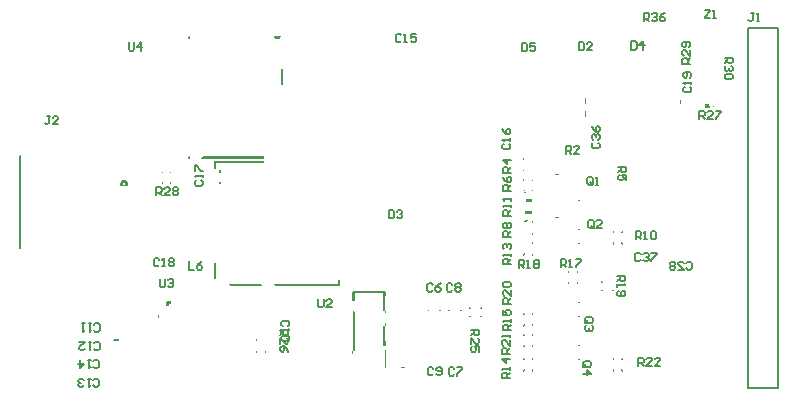
<source format=gto>
G04*
G04 #@! TF.GenerationSoftware,Altium Limited,Altium Designer,24.0.1 (36)*
G04*
G04 Layer_Color=65535*
%FSLAX44Y44*%
%MOMM*%
G71*
G04*
G04 #@! TF.SameCoordinates,E4E742BE-E936-4CAC-BADB-82586D2B27CE*
G04*
G04*
G04 #@! TF.FilePolarity,Positive*
G04*
G01*
G75*
%ADD10C,0.2000*%
%ADD11C,0.1524*%
G36*
X-72260Y362441D02*
Y362441D01*
X-72380Y362561D01*
X-72380Y362561D01*
X-72260Y362441D01*
D02*
G37*
G36*
X-427896Y350327D02*
X-428198Y349598D01*
X-428679Y348971D01*
X-429240Y348540D01*
X-432397D01*
X-432958Y348971D01*
X-433439Y349598D01*
X-433741Y350327D01*
X-433774Y350580D01*
X-427863D01*
X-427896Y350327D01*
D02*
G37*
G36*
X-504944Y348540D02*
X-505360D01*
X-505750Y348618D01*
X-506081Y348839D01*
X-506302Y349170D01*
X-506380Y349560D01*
X-506302Y349950D01*
X-506081Y350281D01*
X-505750Y350502D01*
X-505360Y350580D01*
X-504944D01*
Y348540D01*
D02*
G37*
G36*
X-69430Y333373D02*
X-69574Y333588D01*
X-69673Y334084D01*
X-69574Y334580D01*
X-69430Y334795D01*
Y333373D01*
D02*
G37*
G36*
Y329208D02*
X-69574Y329423D01*
X-69673Y329919D01*
X-69574Y330414D01*
X-69430Y330630D01*
Y329208D01*
D02*
G37*
G36*
Y319208D02*
X-69574Y319423D01*
X-69673Y319919D01*
X-69574Y320414D01*
X-69430Y320630D01*
Y319208D01*
D02*
G37*
G36*
X-425500Y309626D02*
X-427540D01*
Y322580D01*
X-425500D01*
Y309626D01*
D02*
G37*
G36*
X-69430Y300877D02*
X-69574Y301093D01*
X-69673Y301588D01*
X-69574Y302084D01*
X-69430Y302299D01*
Y300877D01*
D02*
G37*
G36*
X-169070Y293451D02*
X-169278Y293538D01*
X-169905Y294018D01*
X-170365Y294618D01*
Y297698D01*
X-169905Y298298D01*
X-169278Y298778D01*
X-169070Y298865D01*
Y293451D01*
D02*
G37*
G36*
X-88623Y296198D02*
Y292768D01*
X-89918Y294063D01*
Y297493D01*
X-88623Y296198D01*
D02*
G37*
G36*
X-69430Y291581D02*
X-69667Y291618D01*
X-69574Y292084D01*
X-69430Y292299D01*
Y291581D01*
D02*
G37*
G36*
X-61152Y291242D02*
X-61174Y291134D01*
X-61685D01*
X-61937Y291386D01*
X-62116Y291819D01*
Y292206D01*
X-61152Y291242D01*
D02*
G37*
G36*
X-64843Y292457D02*
X-64541Y291728D01*
X-64437Y290944D01*
X-64523Y290293D01*
X-68378D01*
X-68874Y290392D01*
X-69294Y290672D01*
X-69295Y290674D01*
X-68902Y291187D01*
X-68472Y292225D01*
X-68385Y292882D01*
X-68378Y292883D01*
X-65169D01*
X-64843Y292457D01*
D02*
G37*
G36*
X-169070Y282275D02*
X-169278Y282362D01*
X-169905Y282842D01*
X-170365Y283442D01*
Y286522D01*
X-169905Y287122D01*
X-169278Y287603D01*
X-169070Y287689D01*
Y282275D01*
D02*
G37*
G36*
X-108860Y271479D02*
X-108507Y271018D01*
X-110719D01*
X-109946Y271535D01*
X-109142Y271695D01*
X-108860Y271479D01*
D02*
G37*
G36*
X-442295Y246940D02*
X-495770D01*
X-493730Y248980D01*
X-442295D01*
Y246940D01*
D02*
G37*
G36*
X-504944D02*
X-505360D01*
X-505750Y247018D01*
X-506081Y247239D01*
X-506302Y247570D01*
X-506380Y247960D01*
X-506302Y248350D01*
X-506081Y248681D01*
X-505750Y248902D01*
X-505360Y248980D01*
X-504944D01*
Y246940D01*
D02*
G37*
G36*
X-221648Y246842D02*
X-221435Y245769D01*
X-221695Y245821D01*
X-222116Y246102D01*
X-222396Y246522D01*
X-222495Y247018D01*
X-222396Y247513D01*
X-222246Y247738D01*
X-221648Y246842D01*
D02*
G37*
G36*
X-442295Y243060D02*
X-457324D01*
X-457714Y243138D01*
X-458045Y243359D01*
X-458266Y243690D01*
X-458344Y244080D01*
X-458266Y244470D01*
X-458045Y244801D01*
X-457714Y245022D01*
X-457324Y245100D01*
X-442295D01*
Y243060D01*
D02*
G37*
G36*
X-647344Y248858D02*
Y241842D01*
X-647410D01*
Y249189D01*
X-647344Y248858D01*
D02*
G37*
G36*
X-483184Y245022D02*
X-482853Y244801D01*
X-482632Y244470D01*
X-482554Y244080D01*
Y238198D01*
X-483434Y238562D01*
X-484548Y238709D01*
X-484594D01*
Y244080D01*
X-484516Y244470D01*
X-484295Y244801D01*
X-483964Y245022D01*
X-483574Y245100D01*
X-483184Y245022D01*
D02*
G37*
G36*
X-221648Y237193D02*
X-222246Y236298D01*
X-222371Y236484D01*
X-222396Y236522D01*
X-222495Y237018D01*
X-222396Y237513D01*
X-222371Y237551D01*
X-222116Y237933D01*
X-221695Y238214D01*
X-221435Y238266D01*
X-221648Y237193D01*
D02*
G37*
G36*
X-478550Y235136D02*
X-479298D01*
X-479688Y235214D01*
X-480019Y235435D01*
X-480240Y235766D01*
X-480318Y236156D01*
X-480240Y236546D01*
X-480019Y236877D01*
X-479688Y237098D01*
X-479298Y237176D01*
X-478550D01*
X-478550Y235136D01*
D02*
G37*
G36*
X-520608Y236802D02*
X-520607Y236800D01*
X-520714Y236660D01*
Y234900D01*
X-521029Y234690D01*
X-521517Y234592D01*
X-521430Y235250D01*
X-521000Y236287D01*
X-520714Y236660D01*
Y236872D01*
X-520608Y236802D01*
D02*
G37*
G36*
X-528048Y236287D02*
X-527618Y235250D01*
X-527531Y234592D01*
X-528019Y234690D01*
X-528440Y234970D01*
X-528720Y235390D01*
X-528819Y235886D01*
X-528720Y236381D01*
X-528441Y236800D01*
X-528048Y236287D01*
D02*
G37*
G36*
X-193157Y233307D02*
X-194132Y233113D01*
X-195107Y233307D01*
X-195716Y233713D01*
X-192548D01*
X-193157Y233307D01*
D02*
G37*
G36*
X-214004Y229689D02*
X-213905Y229193D01*
X-213992Y228755D01*
X-214004Y228698D01*
X-214029Y228660D01*
X-214284Y228278D01*
X-214704Y227997D01*
X-214965Y227945D01*
X-214752Y229018D01*
X-214154Y229913D01*
X-214004Y229689D01*
D02*
G37*
G36*
X-221648Y229018D02*
X-221435Y227945D01*
X-221695Y227997D01*
X-222116Y228278D01*
X-222371Y228660D01*
X-222396Y228698D01*
X-222495Y229193D01*
X-222396Y229689D01*
X-222371Y229727D01*
X-222246Y229913D01*
X-221648Y229018D01*
D02*
G37*
G36*
X-478550Y225136D02*
X-479298D01*
X-479688Y225214D01*
X-480019Y225435D01*
X-480240Y225766D01*
X-480318Y226156D01*
X-480240Y226546D01*
X-480019Y226877D01*
X-479688Y227098D01*
X-479298Y227176D01*
X-478550D01*
X-478550Y225136D01*
D02*
G37*
G36*
X-527618Y226522D02*
X-528048Y225485D01*
X-528441Y224972D01*
X-528720Y225390D01*
X-528819Y225886D01*
X-528720Y226381D01*
X-528440Y226802D01*
X-528019Y227082D01*
X-527531Y227180D01*
X-527618Y226522D01*
D02*
G37*
G36*
X-521029Y227082D02*
X-520714Y226872D01*
Y225112D01*
X-520607Y224972D01*
X-520608Y224970D01*
X-520714Y224900D01*
Y225112D01*
X-521000Y225485D01*
X-521430Y226522D01*
X-521517Y227180D01*
X-521029Y227082D01*
D02*
G37*
G36*
X-559449Y229274D02*
X-558596Y228920D01*
X-557863Y228358D01*
X-557301Y227626D01*
X-556948Y226773D01*
X-556828Y225858D01*
X-556948Y224943D01*
X-557301Y224090D01*
X-557741Y223517D01*
X-558082Y223858D01*
X-563249D01*
X-563427Y224090D01*
X-563780Y224943D01*
X-563848Y225461D01*
Y226255D01*
X-563780Y226773D01*
X-563427Y227626D01*
X-562864Y228358D01*
X-562132Y228920D01*
X-561279Y229274D01*
X-560364Y229394D01*
X-559449Y229274D01*
D02*
G37*
G36*
X-221216Y220424D02*
X-221277Y219956D01*
X-221705Y220383D01*
X-221695Y220389D01*
X-221525Y220424D01*
X-221207Y220487D01*
X-221216Y220424D01*
D02*
G37*
G36*
X-214875D02*
X-214704Y220389D01*
X-214284Y220109D01*
X-214198Y219980D01*
X-214434Y219743D01*
X-215070D01*
X-215106Y219830D01*
X-215184Y220424D01*
X-215193Y220487D01*
X-214875Y220424D01*
D02*
G37*
G36*
X-219618Y217898D02*
X-221200D01*
X-221695Y217997D01*
X-222116Y218278D01*
X-222117Y218279D01*
X-221816Y218671D01*
X-220557Y218838D01*
X-219618Y217898D01*
D02*
G37*
G36*
X-174742Y212104D02*
X-174411Y211883D01*
X-174190Y211552D01*
X-174112Y211162D01*
Y211110D01*
X-174532D01*
X-175606Y211252D01*
X-176094Y211454D01*
X-176074Y211552D01*
X-175853Y211883D01*
X-175522Y212104D01*
X-175132Y212182D01*
X-174742Y212104D01*
D02*
G37*
G36*
X-214704Y212565D02*
X-214412Y212370D01*
X-214349Y212197D01*
X-214415Y212111D01*
X-214676Y211770D01*
X-215106Y210732D01*
X-215129Y210560D01*
X-215193Y210075D01*
X-215200Y210074D01*
X-220031D01*
Y212664D01*
X-215200D01*
X-214704Y212565D01*
D02*
G37*
G36*
X-193335Y201611D02*
X-194928D01*
X-194132Y201769D01*
X-193335Y201611D01*
D02*
G37*
G36*
X-214004Y200873D02*
X-214154Y200649D01*
X-214349Y200942D01*
X-213990D01*
X-214004Y200873D01*
D02*
G37*
G36*
X-215193Y202662D02*
X-215106Y202005D01*
X-214676Y200967D01*
X-214656Y200942D01*
X-214985D01*
X-215636Y200291D01*
X-215639Y200074D01*
X-220790D01*
Y202664D01*
X-215200D01*
X-215193Y202662D01*
D02*
G37*
G36*
X-193157Y196865D02*
X-194132Y196671D01*
X-195107Y196865D01*
X-195716Y197271D01*
X-192548D01*
X-193157Y196865D01*
D02*
G37*
G36*
X-222141Y194107D02*
X-222352D01*
X-222246Y194264D01*
X-222141Y194107D01*
D02*
G37*
G36*
X-220333Y192980D02*
X-221429Y193235D01*
X-221724Y193946D01*
X-221847Y194107D01*
X-221536D01*
X-220804Y194839D01*
X-218474D01*
X-220333Y192980D01*
D02*
G37*
G36*
X-214004Y194040D02*
X-213905Y193544D01*
X-214004Y193049D01*
X-214284Y192629D01*
X-214704Y192348D01*
X-215193Y192251D01*
X-215106Y192908D01*
X-214676Y193946D01*
X-214283Y194458D01*
X-214004Y194040D01*
D02*
G37*
G36*
X-174112Y187720D02*
X-174190Y187330D01*
X-174411Y186999D01*
X-174742Y186778D01*
X-175132Y186700D01*
X-175522Y186778D01*
X-175853Y186999D01*
X-176074Y187330D01*
X-176094Y187428D01*
X-175606Y187630D01*
X-174532Y187771D01*
X-174112D01*
Y187720D01*
D02*
G37*
G36*
X-138312Y185716D02*
X-138213Y185220D01*
X-138312Y184724D01*
X-138592Y184304D01*
X-139012Y184024D01*
X-139501Y183927D01*
X-139414Y184584D01*
X-138984Y185621D01*
X-138591Y186134D01*
X-138312Y185716D01*
D02*
G37*
G36*
X-146032Y185621D02*
X-145602Y184584D01*
X-145515Y183927D01*
X-146004Y184024D01*
X-146424Y184304D01*
X-146704Y184724D01*
X-146803Y185220D01*
X-146704Y185716D01*
X-146425Y186134D01*
X-146032Y185621D01*
D02*
G37*
G36*
X-214704Y184741D02*
X-214284Y184460D01*
X-214004Y184040D01*
X-213905Y183544D01*
X-214004Y183049D01*
X-214283Y182631D01*
X-214676Y183143D01*
X-215106Y184181D01*
X-215193Y184838D01*
X-214704Y184741D01*
D02*
G37*
G36*
X-222069Y176572D02*
X-222072Y176534D01*
X-222137Y176604D01*
X-222117Y176634D01*
X-222069Y176572D01*
D02*
G37*
G36*
X-542043Y176597D02*
X-541766Y176182D01*
X-542066Y176574D01*
X-542458Y176874D01*
X-542043Y176597D01*
D02*
G37*
G36*
X-541380Y175604D02*
X-541377Y175587D01*
Y175442D01*
X-541548Y175855D01*
X-541380Y175604D01*
D02*
G37*
G36*
X-174742Y175662D02*
X-174411Y175441D01*
X-174190Y175110D01*
X-174112Y174720D01*
Y174669D01*
X-174532D01*
X-175606Y174810D01*
X-176094Y175012D01*
X-176074Y175110D01*
X-175853Y175441D01*
X-175522Y175662D01*
X-175132Y175740D01*
X-174742Y175662D01*
D02*
G37*
G36*
X-214004Y176215D02*
X-213905Y175720D01*
X-214004Y175224D01*
X-214284Y174804D01*
X-214704Y174524D01*
X-215193Y174426D01*
X-215106Y175084D01*
X-214676Y176121D01*
X-214283Y176634D01*
X-214004Y176215D01*
D02*
G37*
G36*
X-139012Y176416D02*
X-138592Y176136D01*
X-138312Y175716D01*
X-138213Y175220D01*
X-138312Y174724D01*
X-138591Y174306D01*
X-138984Y174819D01*
X-139414Y175856D01*
X-139501Y176513D01*
X-139012Y176416D01*
D02*
G37*
G36*
X-145602Y175856D02*
X-146032Y174819D01*
X-146425Y174306D01*
X-146704Y174724D01*
X-146803Y175220D01*
X-146704Y175716D01*
X-146424Y176136D01*
X-146004Y176416D01*
X-145515Y176513D01*
X-145602Y175856D01*
D02*
G37*
G36*
X-541377Y173281D02*
X-541380Y173263D01*
X-541548Y173013D01*
X-541377Y173425D01*
Y173281D01*
D02*
G37*
G36*
X-542043Y172271D02*
X-542458Y171994D01*
X-542066Y172294D01*
X-541766Y172686D01*
X-542043Y172271D01*
D02*
G37*
G36*
X-647974Y249800D02*
X-647880Y249737D01*
Y241842D01*
X-647410D01*
Y177874D01*
X-647344D01*
Y171858D01*
X-647410Y171527D01*
Y177874D01*
X-647880D01*
Y170979D01*
X-647974Y170916D01*
X-648364Y170838D01*
X-648754Y170916D01*
X-649085Y171137D01*
X-649306Y171468D01*
X-649384Y171858D01*
Y248858D01*
X-649306Y249248D01*
X-649085Y249579D01*
X-648754Y249800D01*
X-648364Y249878D01*
X-647974Y249800D01*
D02*
G37*
G36*
X-214704Y166916D02*
X-214284Y166636D01*
X-214004Y166215D01*
X-213905Y165720D01*
X-214004Y165224D01*
X-214283Y164806D01*
X-214676Y165319D01*
X-215106Y166356D01*
X-215193Y167013D01*
X-214704Y166916D01*
D02*
G37*
G36*
X-221294Y166356D02*
X-221724Y165319D01*
X-222117Y164806D01*
X-222396Y165224D01*
X-222495Y165720D01*
X-222396Y166215D01*
X-222116Y166636D01*
X-221695Y166916D01*
X-221207Y167013D01*
X-221294Y166356D01*
D02*
G37*
G36*
X-525777Y158726D02*
X-525794Y158728D01*
X-526283Y158664D01*
X-525822Y158755D01*
X-525777Y158726D01*
D02*
G37*
G36*
X-527215Y158361D02*
X-526964Y158528D01*
X-526669Y158587D01*
X-527215Y158361D01*
D02*
G37*
G36*
X-527934Y157842D02*
X-528234Y157450D01*
X-527957Y157865D01*
X-527542Y158142D01*
X-527934Y157842D01*
D02*
G37*
G36*
X-528679Y156577D02*
X-528620Y156873D01*
X-528453Y157123D01*
X-528679Y156577D01*
D02*
G37*
G36*
X-528764Y156125D02*
X-528768Y156130D01*
X-528755Y156191D01*
X-528764Y156125D01*
D02*
G37*
G36*
X-176158Y152053D02*
X-176059Y151558D01*
X-176158Y151062D01*
X-176438Y150642D01*
X-176859Y150362D01*
X-177347Y150265D01*
X-177260Y150922D01*
X-176830Y151959D01*
X-176437Y152472D01*
X-176158Y152053D01*
D02*
G37*
G36*
X-183878Y151959D02*
X-183448Y150922D01*
X-183361Y150265D01*
X-183850Y150362D01*
X-184270Y150642D01*
X-184525Y151024D01*
Y151059D01*
X-184556Y151090D01*
X-184649Y151558D01*
X-184550Y152053D01*
X-184271Y152472D01*
X-183878Y151959D01*
D02*
G37*
G36*
X-482554Y145197D02*
X-484594D01*
Y159004D01*
X-482554D01*
Y145197D01*
D02*
G37*
G36*
X-147381Y142078D02*
X-147475Y142065D01*
X-147458Y142155D01*
X-147381Y142078D01*
D02*
G37*
G36*
X-155687Y143254D02*
X-155266Y142974D01*
X-154986Y142554D01*
X-154888Y142065D01*
X-155546Y142152D01*
X-156583Y142582D01*
X-157096Y142975D01*
X-156678Y143254D01*
X-156182Y143353D01*
X-155687Y143254D01*
D02*
G37*
G36*
X-176859Y142754D02*
X-176438Y142474D01*
X-176158Y142053D01*
X-176059Y141558D01*
X-176158Y141062D01*
X-176437Y140644D01*
X-176830Y141157D01*
X-177260Y142194D01*
X-177347Y142851D01*
X-176859Y142754D01*
D02*
G37*
G36*
X-183448Y142194D02*
X-183878Y141157D01*
X-184271Y140644D01*
X-184525Y141024D01*
Y142092D01*
X-184270Y142474D01*
X-183850Y142754D01*
X-183361Y142851D01*
X-183448Y142194D01*
D02*
G37*
G36*
X-377554Y140080D02*
X-377632Y139690D01*
X-377853Y139359D01*
X-378184Y139138D01*
X-378574Y139060D01*
X-431916D01*
X-433955Y141100D01*
X-379594D01*
Y144526D01*
X-377554Y144526D01*
Y140080D01*
D02*
G37*
G36*
X-442858Y139060D02*
X-469782D01*
X-471822Y141100D01*
X-444898D01*
X-442858Y139060D01*
D02*
G37*
G36*
X-146818Y135964D02*
X-145781Y135534D01*
X-145268Y135141D01*
X-145687Y134862D01*
X-146182Y134763D01*
X-146678Y134862D01*
X-147098Y135142D01*
X-147378Y135562D01*
X-147475Y136051D01*
X-146818Y135964D01*
D02*
G37*
G36*
X-154986Y135562D02*
X-155266Y135142D01*
X-155687Y134862D01*
X-156182Y134763D01*
X-156678Y134862D01*
X-157096Y135141D01*
X-156583Y135534D01*
X-155546Y135964D01*
X-154888Y136051D01*
X-154986Y135562D01*
D02*
G37*
G36*
X-365684Y134890D02*
X-365353Y134669D01*
X-365132Y134338D01*
X-365054Y133948D01*
Y126819D01*
X-367094D01*
Y133948D01*
X-367016Y134338D01*
X-366795Y134669D01*
X-366464Y134890D01*
X-366074Y134968D01*
X-365684Y134890D01*
D02*
G37*
G36*
X-174112Y126150D02*
X-174190Y125760D01*
X-174411Y125429D01*
X-174742Y125208D01*
X-175132Y125130D01*
X-175522Y125208D01*
X-175853Y125429D01*
X-176074Y125760D01*
X-176094Y125858D01*
X-175606Y126060D01*
X-174532Y126201D01*
X-174112D01*
Y126150D01*
D02*
G37*
G36*
X-520926Y124124D02*
X-522764D01*
Y122453D01*
X-523425Y122366D01*
X-524208Y122469D01*
X-524804Y122716D01*
Y125144D01*
X-524726Y125534D01*
X-524505Y125865D01*
X-524174Y126086D01*
X-523784Y126164D01*
X-520926D01*
Y124124D01*
D02*
G37*
G36*
X-257409Y121144D02*
X-256990Y120865D01*
X-257503Y120472D01*
X-258540Y120042D01*
X-259197Y119955D01*
X-259100Y120443D01*
X-258820Y120864D01*
X-258400Y121144D01*
X-257904Y121243D01*
X-257409Y121144D01*
D02*
G37*
G36*
X-267409D02*
X-266988Y120864D01*
X-266708Y120443D01*
X-266611Y119955D01*
X-267268Y120042D01*
X-268305Y120472D01*
X-268818Y120865D01*
X-268400Y121144D01*
X-267904Y121243D01*
X-267409Y121144D01*
D02*
G37*
G36*
X-366558Y119380D02*
X-367094D01*
Y119464D01*
X-366558D01*
Y119380D01*
D02*
G37*
G36*
X-275040Y118890D02*
X-274709Y118669D01*
X-274488Y118338D01*
X-274467Y118231D01*
X-274842Y117856D01*
X-276450D01*
Y117948D01*
X-276372Y118338D01*
X-276151Y118669D01*
X-275820Y118890D01*
X-275430Y118968D01*
X-275040Y118890D01*
D02*
G37*
G36*
X-285040D02*
X-284709Y118669D01*
X-284488Y118338D01*
X-284410Y117948D01*
Y117856D01*
X-286450D01*
Y117948D01*
X-286372Y118338D01*
X-286151Y118669D01*
X-285820Y118890D01*
X-285430Y118968D01*
X-285040Y118890D01*
D02*
G37*
G36*
X-292312D02*
X-291981Y118669D01*
X-291760Y118338D01*
X-291682Y117948D01*
Y117856D01*
X-293722D01*
Y117948D01*
X-293644Y118338D01*
X-293423Y118669D01*
X-293092Y118890D01*
X-292702Y118968D01*
X-292312Y118890D01*
D02*
G37*
G36*
X-302312D02*
X-301981Y118669D01*
X-301760Y118338D01*
X-301682Y117948D01*
Y117856D01*
X-303722D01*
Y117948D01*
X-303644Y118338D01*
X-303423Y118669D01*
X-303092Y118890D01*
X-302702Y118968D01*
X-302312Y118890D01*
D02*
G37*
G36*
X-339684Y134890D02*
X-339353Y134669D01*
X-339132Y134338D01*
X-339054Y133948D01*
Y130964D01*
X-339590D01*
Y117856D01*
X-339054D01*
Y115932D01*
X-339590D01*
Y117856D01*
X-340120D01*
X-341094Y118830D01*
Y133948D01*
X-341016Y134338D01*
X-340795Y134669D01*
X-340464Y134890D01*
X-340074Y134968D01*
X-339684Y134890D01*
D02*
G37*
G36*
X-214004Y116290D02*
X-213905Y115795D01*
X-214004Y115299D01*
X-214284Y114879D01*
X-214704Y114599D01*
X-215193Y114501D01*
X-215106Y115158D01*
X-214676Y116196D01*
X-214283Y116709D01*
X-214004Y116290D01*
D02*
G37*
G36*
X-221724Y116196D02*
X-221294Y115158D01*
X-221207Y114501D01*
X-221695Y114599D01*
X-222116Y114879D01*
X-222396Y115299D01*
X-222495Y115795D01*
X-222396Y116290D01*
X-222117Y116709D01*
X-221724Y116196D01*
D02*
G37*
G36*
X-174742Y114092D02*
X-174411Y113871D01*
X-174190Y113540D01*
X-174112Y113150D01*
Y113098D01*
X-174532D01*
X-175606Y113240D01*
X-176094Y113442D01*
X-176074Y113540D01*
X-175853Y113871D01*
X-175522Y114092D01*
X-175132Y114170D01*
X-174742Y114092D01*
D02*
G37*
G36*
X-258540Y113854D02*
X-257503Y113424D01*
X-256990Y113031D01*
X-257409Y112752D01*
X-257904Y112653D01*
X-258400Y112752D01*
X-258820Y113032D01*
X-259100Y113453D01*
X-259197Y113941D01*
X-258540Y113854D01*
D02*
G37*
G36*
X-266708Y113453D02*
X-266988Y113032D01*
X-267409Y112752D01*
X-267904Y112653D01*
X-268400Y112752D01*
X-268818Y113031D01*
X-268305Y113424D01*
X-267268Y113854D01*
X-266611Y113941D01*
X-266708Y113453D01*
D02*
G37*
G36*
X-530929Y114619D02*
X-530735Y113644D01*
X-530929Y112669D01*
X-531422Y111931D01*
X-531697Y112596D01*
X-531835Y113644D01*
X-531697Y114692D01*
X-531422Y115357D01*
X-530929Y114619D01*
D02*
G37*
G36*
X-339054Y105410D02*
X-339590D01*
Y107964D01*
X-339054D01*
Y105410D01*
D02*
G37*
G36*
X-214704Y106991D02*
X-214284Y106710D01*
X-214004Y106290D01*
X-213905Y105795D01*
X-214004Y105299D01*
X-214154Y105075D01*
X-214333Y105343D01*
X-214440Y105382D01*
X-214625Y105326D01*
X-214676Y105393D01*
X-215106Y106431D01*
X-215180Y106991D01*
X-215193Y107088D01*
X-214704Y106991D01*
D02*
G37*
G36*
X-221294Y106431D02*
X-221724Y105393D01*
X-222117Y104881D01*
X-222396Y105299D01*
X-222495Y105795D01*
X-222396Y106290D01*
X-222116Y106710D01*
X-221695Y106991D01*
X-221207Y107088D01*
X-221294Y106431D01*
D02*
G37*
G36*
X-192330Y99374D02*
X-192548Y99228D01*
X-195716D01*
X-195934Y99374D01*
X-196016Y99496D01*
X-192248D01*
X-192330Y99374D01*
D02*
G37*
G36*
X-214004Y98663D02*
X-213905Y98167D01*
X-214004Y97672D01*
X-214284Y97252D01*
X-214704Y96971D01*
X-215193Y96874D01*
X-215132Y97331D01*
X-215106Y97531D01*
X-214676Y98569D01*
X-214625Y98636D01*
X-214373Y98559D01*
X-214154Y98887D01*
X-214004Y98663D01*
D02*
G37*
G36*
X-221724Y98569D02*
X-221294Y97531D01*
X-221207Y96874D01*
X-221695Y96971D01*
X-222116Y97252D01*
X-222396Y97672D01*
X-222495Y98167D01*
X-222396Y98663D01*
X-222275Y98844D01*
X-221935D01*
X-221724Y98569D01*
D02*
G37*
G36*
X-565356Y94543D02*
X-564960Y94240D01*
X-564665Y93855D01*
X-564610Y93578D01*
X-564688Y93188D01*
X-564909Y92857D01*
X-565239Y92636D01*
X-565630Y92559D01*
X-568630D01*
X-569020Y92636D01*
X-569351Y92857D01*
X-569572Y93188D01*
X-569649Y93578D01*
X-569615Y93750D01*
X-569240Y94240D01*
X-568823Y94559D01*
X-568630Y94598D01*
X-565630D01*
X-565356Y94543D01*
D02*
G37*
G36*
X-440598Y94562D02*
X-440597Y94560D01*
X-440831Y94255D01*
Y92575D01*
X-441018Y92450D01*
X-441507Y92353D01*
X-441420Y93010D01*
X-440990Y94047D01*
X-440831Y94255D01*
Y94717D01*
X-440598Y94562D01*
D02*
G37*
G36*
X-448038Y94047D02*
X-447608Y93010D01*
X-447521Y92353D01*
X-448009Y92450D01*
X-448430Y92730D01*
X-448710Y93151D01*
X-448809Y93646D01*
X-448710Y94142D01*
X-448431Y94560D01*
X-448038Y94047D01*
D02*
G37*
G36*
X-174190Y89286D02*
X-174411Y88955D01*
X-174742Y88734D01*
X-175132Y88656D01*
X-175522Y88734D01*
X-175853Y88955D01*
X-176042Y89238D01*
X-174532Y89538D01*
X-174140D01*
X-174190Y89286D01*
D02*
G37*
G36*
X-339590Y92932D02*
X-339054D01*
Y88392D01*
X-341094D01*
Y105410D01*
X-339590D01*
Y92932D01*
D02*
G37*
G36*
X-214704Y89363D02*
X-214284Y89083D01*
X-214029Y88701D01*
Y87634D01*
X-214283Y87253D01*
X-214676Y87766D01*
X-215106Y88804D01*
X-215193Y89461D01*
X-214704Y89363D01*
D02*
G37*
G36*
X-221294Y88804D02*
X-221724Y87766D01*
X-222117Y87253D01*
X-222396Y87672D01*
X-222495Y88167D01*
X-222396Y88663D01*
X-222116Y89083D01*
X-221695Y89363D01*
X-221207Y89461D01*
X-221294Y88804D01*
D02*
G37*
G36*
X-365054Y117106D02*
Y83948D01*
X-366558D01*
Y118610D01*
X-365054Y117106D01*
D02*
G37*
G36*
X-441018Y84842D02*
X-440598Y84562D01*
X-440318Y84142D01*
X-440219Y83646D01*
X-440318Y83151D01*
X-440597Y82732D01*
X-440990Y83245D01*
X-441420Y84282D01*
X-441507Y84939D01*
X-441018Y84842D01*
D02*
G37*
G36*
X-447608Y84282D02*
X-448038Y83245D01*
X-448431Y82732D01*
X-448710Y83151D01*
X-448809Y83646D01*
X-448710Y84142D01*
X-448430Y84562D01*
X-448009Y84842D01*
X-447521Y84939D01*
X-447608Y84282D01*
D02*
G37*
G36*
X-366558Y81432D02*
X-367094D01*
Y83948D01*
X-366558D01*
Y81432D01*
D02*
G37*
G36*
X-174742Y77618D02*
X-174411Y77397D01*
X-174190Y77066D01*
X-174112Y76676D01*
Y76624D01*
X-174532D01*
X-175606Y76766D01*
X-176094Y76968D01*
X-176074Y77066D01*
X-175853Y77397D01*
X-175522Y77618D01*
X-175132Y77696D01*
X-174742Y77618D01*
D02*
G37*
G36*
X-214029Y78210D02*
Y77142D01*
X-214284Y76760D01*
X-214704Y76480D01*
X-215193Y76382D01*
X-215106Y77040D01*
X-214676Y78077D01*
X-214283Y78590D01*
X-214029Y78210D01*
D02*
G37*
G36*
X-221724Y78077D02*
X-221294Y77040D01*
X-221207Y76382D01*
X-221695Y76480D01*
X-222116Y76760D01*
X-222396Y77181D01*
X-222495Y77676D01*
X-222396Y78172D01*
X-222117Y78590D01*
X-221724Y78077D01*
D02*
G37*
G36*
X-138312Y78172D02*
X-138213Y77676D01*
X-138312Y77180D01*
X-138592Y76760D01*
X-139012Y76480D01*
X-139501Y76382D01*
X-139414Y77040D01*
X-138984Y78077D01*
X-138591Y78590D01*
X-138312Y78172D01*
D02*
G37*
G36*
X-146032Y78077D02*
X-145602Y77040D01*
X-145515Y76382D01*
X-146004Y76480D01*
X-146424Y76760D01*
X-146704Y77180D01*
X-146803Y77676D01*
X-146704Y78172D01*
X-146425Y78590D01*
X-146032Y78077D01*
D02*
G37*
G36*
X-323099Y70803D02*
X-322272Y70250D01*
X-322059Y69932D01*
X-326089D01*
X-325876Y70250D01*
X-325049Y70803D01*
X-324074Y70997D01*
X-323099Y70803D01*
D02*
G37*
G36*
X-339054Y69932D02*
X-339590D01*
Y84964D01*
X-339054D01*
Y69932D01*
D02*
G37*
G36*
X-214704Y68872D02*
X-214284Y68592D01*
X-214004Y68172D01*
X-213905Y67676D01*
X-214004Y67181D01*
X-214283Y66762D01*
X-214676Y67275D01*
X-215106Y68312D01*
X-215193Y68969D01*
X-214704Y68872D01*
D02*
G37*
G36*
X-221294Y68312D02*
X-221724Y67275D01*
X-222117Y66762D01*
X-222396Y67181D01*
X-222495Y67676D01*
X-222396Y68172D01*
X-222116Y68592D01*
X-221695Y68872D01*
X-221207Y68969D01*
X-221294Y68312D01*
D02*
G37*
G36*
X-139012Y68872D02*
X-138592Y68592D01*
X-138312Y68172D01*
X-138213Y67676D01*
X-138312Y67181D01*
X-138591Y66762D01*
X-138984Y67275D01*
X-139414Y68312D01*
X-139501Y68969D01*
X-139012Y68872D01*
D02*
G37*
G36*
X-145602Y68312D02*
X-146032Y67275D01*
X-146425Y66762D01*
X-146704Y67181D01*
X-146803Y67676D01*
X-146704Y68172D01*
X-146424Y68592D01*
X-146004Y68872D01*
X-145515Y68969D01*
X-145602Y68312D01*
D02*
G37*
%LPC*%
G36*
X-560364Y226791D02*
X-560721Y226720D01*
X-561024Y226518D01*
X-561226Y226215D01*
X-561297Y225858D01*
X-561226Y225501D01*
X-561024Y225198D01*
X-560721Y224996D01*
X-560364Y224925D01*
X-560007Y224996D01*
X-559704Y225198D01*
X-559502Y225501D01*
X-559431Y225858D01*
X-559502Y226215D01*
X-559704Y226518D01*
X-560007Y226720D01*
X-560364Y226791D01*
D02*
G37*
%LPD*%
D10*
X-6614Y52577D02*
Y338327D01*
Y357377D01*
X-32014D02*
X-6614D01*
X-32014Y52577D02*
Y357377D01*
Y52577D02*
X-6614D01*
X-366074Y133948D02*
X-340074D01*
X-483574Y244080D02*
X-457324D01*
D11*
X-586498Y55088D02*
X-585356Y53946D01*
X-583071D01*
X-581928Y55088D01*
Y59659D01*
X-583071Y60801D01*
X-585356D01*
X-586498Y59659D01*
X-588784Y60801D02*
X-591069D01*
X-589926D01*
Y53946D01*
X-588784Y55088D01*
X-594497D02*
X-595639Y53946D01*
X-597925D01*
X-599067Y55088D01*
Y56231D01*
X-597925Y57373D01*
X-596782D01*
X-597925D01*
X-599067Y58516D01*
Y59659D01*
X-597925Y60801D01*
X-595639D01*
X-594497Y59659D01*
X-239022Y259661D02*
X-240164Y258518D01*
Y256233D01*
X-239022Y255090D01*
X-234451D01*
X-233308Y256233D01*
Y258518D01*
X-234451Y259661D01*
X-233308Y261946D02*
Y264231D01*
Y263089D01*
X-240164D01*
X-239022Y261946D01*
X-240164Y272230D02*
X-239022Y269944D01*
X-236736Y267659D01*
X-234451D01*
X-233308Y268802D01*
Y271087D01*
X-234451Y272230D01*
X-235594D01*
X-236736Y271087D01*
Y267659D01*
X-232808Y235222D02*
X-239664D01*
Y238650D01*
X-238521Y239793D01*
X-236236D01*
X-235094Y238650D01*
Y235222D01*
Y237507D02*
X-232808Y239793D01*
Y245506D02*
X-239664D01*
X-236236Y242078D01*
Y246649D01*
X-232808Y220023D02*
X-239664D01*
Y223451D01*
X-238521Y224594D01*
X-236236D01*
X-235094Y223451D01*
Y220023D01*
Y222308D02*
X-232808Y224594D01*
X-239664Y231449D02*
X-238521Y229164D01*
X-236236Y226879D01*
X-233951D01*
X-232808Y228022D01*
Y230307D01*
X-233951Y231449D01*
X-235094D01*
X-236236Y230307D01*
Y226879D01*
X-232808Y198812D02*
X-239664D01*
Y202240D01*
X-238521Y203382D01*
X-236236D01*
X-235094Y202240D01*
Y198812D01*
Y201097D02*
X-232808Y203382D01*
Y205667D02*
Y207953D01*
Y206810D01*
X-239664D01*
X-238521Y205667D01*
X-232808Y211381D02*
Y213666D01*
Y212523D01*
X-239664D01*
X-238521Y211381D01*
X-232808Y181028D02*
X-239664D01*
Y184456D01*
X-238521Y185599D01*
X-236236D01*
X-235094Y184456D01*
Y181028D01*
Y183314D02*
X-232808Y185599D01*
X-238521Y187884D02*
X-239664Y189027D01*
Y191312D01*
X-238521Y192454D01*
X-237379D01*
X-236236Y191312D01*
X-235094Y192454D01*
X-233951D01*
X-232808Y191312D01*
Y189027D01*
X-233951Y187884D01*
X-235094D01*
X-236236Y189027D01*
X-237379Y187884D01*
X-238521D01*
X-236236Y189027D02*
Y191312D01*
X-232808Y157531D02*
X-239664D01*
Y160959D01*
X-238521Y162102D01*
X-236236D01*
X-235094Y160959D01*
Y157531D01*
Y159817D02*
X-232808Y162102D01*
Y164387D02*
Y166673D01*
Y165530D01*
X-239664D01*
X-238521Y164387D01*
Y170100D02*
X-239664Y171243D01*
Y173528D01*
X-238521Y174671D01*
X-237379D01*
X-236236Y173528D01*
Y172386D01*
Y173528D01*
X-235094Y174671D01*
X-233951D01*
X-232808Y173528D01*
Y171243D01*
X-233951Y170100D01*
X-141910Y239977D02*
X-135054D01*
Y236549D01*
X-136197Y235406D01*
X-138482D01*
X-139625Y236549D01*
Y239977D01*
Y237691D02*
X-141910Y235406D01*
X-135054Y228550D02*
Y233121D01*
X-138482D01*
X-137339Y230836D01*
Y229693D01*
X-138482Y228550D01*
X-140767D01*
X-141910Y229693D01*
Y231978D01*
X-140767Y233121D01*
X-126993Y178686D02*
Y185541D01*
X-123565D01*
X-122422Y184399D01*
Y182113D01*
X-123565Y180971D01*
X-126993D01*
X-124708D02*
X-122422Y178686D01*
X-120137D02*
X-117852D01*
X-118995D01*
Y185541D01*
X-120137Y184399D01*
X-114424D02*
X-113281Y185541D01*
X-110996D01*
X-109853Y184399D01*
Y179828D01*
X-110996Y178686D01*
X-113281D01*
X-114424Y179828D01*
Y184399D01*
X-123188Y165861D02*
X-124331Y167004D01*
X-126616D01*
X-127759Y165861D01*
Y161291D01*
X-126616Y160148D01*
X-124331D01*
X-123188Y161291D01*
X-120903Y165861D02*
X-119761Y167004D01*
X-117475D01*
X-116333Y165861D01*
Y164719D01*
X-117475Y163576D01*
X-118618D01*
X-117475D01*
X-116333Y162433D01*
Y161291D01*
X-117475Y160148D01*
X-119761D01*
X-120903Y161291D01*
X-114047Y167004D02*
X-109477D01*
Y165861D01*
X-114047Y161291D01*
Y160148D01*
X-124979Y71788D02*
Y78644D01*
X-121551D01*
X-120408Y77501D01*
Y75216D01*
X-121551Y74073D01*
X-124979D01*
X-122694D02*
X-120408Y71788D01*
X-113553D02*
X-118123D01*
X-113553Y76359D01*
Y77501D01*
X-114695Y78644D01*
X-116981D01*
X-118123Y77501D01*
X-106697Y71788D02*
X-111267D01*
X-106697Y76359D01*
Y77501D01*
X-107840Y78644D01*
X-110125D01*
X-111267Y77501D01*
X-142805Y147766D02*
X-135949D01*
Y144338D01*
X-137092Y143195D01*
X-139377D01*
X-140520Y144338D01*
Y147766D01*
Y145480D02*
X-142805Y143195D01*
Y140910D02*
Y138625D01*
Y139767D01*
X-135949D01*
X-137092Y140910D01*
X-141663Y135197D02*
X-142805Y134054D01*
Y131769D01*
X-141663Y130626D01*
X-137092D01*
X-135949Y131769D01*
Y134054D01*
X-137092Y135197D01*
X-138235D01*
X-139377Y134054D01*
Y130626D01*
X-190557Y154898D02*
Y161754D01*
X-187129D01*
X-185986Y160611D01*
Y158326D01*
X-187129Y157184D01*
X-190557D01*
X-188272D02*
X-185986Y154898D01*
X-183701D02*
X-181416D01*
X-182558D01*
Y161754D01*
X-183701Y160611D01*
X-177988Y161754D02*
X-173417D01*
Y160611D01*
X-177988Y156041D01*
Y154898D01*
X-226262Y154306D02*
Y161162D01*
X-222834D01*
X-221691Y160019D01*
Y157734D01*
X-222834Y156591D01*
X-226262D01*
X-223976D02*
X-221691Y154306D01*
X-219406D02*
X-217121D01*
X-218263D01*
Y161162D01*
X-219406Y160019D01*
X-213693D02*
X-212550Y161162D01*
X-210265D01*
X-209122Y160019D01*
Y158877D01*
X-210265Y157734D01*
X-209122Y156591D01*
Y155449D01*
X-210265Y154306D01*
X-212550D01*
X-213693Y155449D01*
Y156591D01*
X-212550Y157734D01*
X-213693Y158877D01*
Y160019D01*
X-212550Y157734D02*
X-210265D01*
X-233060Y124209D02*
X-239916D01*
Y127637D01*
X-238773Y128779D01*
X-236488D01*
X-235345Y127637D01*
Y124209D01*
Y126494D02*
X-233060Y128779D01*
Y135635D02*
Y131065D01*
X-237631Y135635D01*
X-238773D01*
X-239916Y134493D01*
Y132207D01*
X-238773Y131065D01*
Y137921D02*
X-239916Y139063D01*
Y141348D01*
X-238773Y142491D01*
X-234203D01*
X-233060Y141348D01*
Y139063D01*
X-234203Y137921D01*
X-238773D01*
X-233060Y101920D02*
X-239916D01*
Y105348D01*
X-238773Y106491D01*
X-236488D01*
X-235345Y105348D01*
Y101920D01*
Y104206D02*
X-233060Y106491D01*
Y108776D02*
Y111061D01*
Y109919D01*
X-239916D01*
X-238773Y108776D01*
X-239916Y119060D02*
Y114489D01*
X-236488D01*
X-237631Y116775D01*
Y117917D01*
X-236488Y119060D01*
X-234203D01*
X-233060Y117917D01*
Y115632D01*
X-234203Y114489D01*
X-233568Y81918D02*
X-240424D01*
Y85345D01*
X-239281Y86488D01*
X-236996D01*
X-235853Y85345D01*
Y81918D01*
Y84203D02*
X-233568Y86488D01*
Y93344D02*
Y88773D01*
X-238139Y93344D01*
X-239281D01*
X-240424Y92201D01*
Y89916D01*
X-239281Y88773D01*
X-233568Y95629D02*
Y97914D01*
Y96772D01*
X-240424D01*
X-239281Y95629D01*
X-233568Y61280D02*
X-240424D01*
Y64708D01*
X-239281Y65851D01*
X-236996D01*
X-235853Y64708D01*
Y61280D01*
Y63566D02*
X-233568Y65851D01*
Y68136D02*
Y70421D01*
Y69279D01*
X-240424D01*
X-239281Y68136D01*
X-233568Y77277D02*
X-240424D01*
X-236996Y73849D01*
Y78420D01*
X-170433Y70739D02*
X-165863D01*
X-164720Y71881D01*
Y74166D01*
X-165863Y75309D01*
X-170433D01*
X-171576Y74166D01*
Y71881D01*
X-169291Y73024D02*
X-171576Y70739D01*
Y71881D02*
X-170433Y70739D01*
X-171576Y65026D02*
X-164720D01*
X-168148Y68453D01*
Y63883D01*
X-169177Y108093D02*
X-164607D01*
X-163464Y109235D01*
Y111521D01*
X-164607Y112663D01*
X-169177D01*
X-170320Y111521D01*
Y109235D01*
X-168035Y110378D02*
X-170320Y108093D01*
Y109235D02*
X-169177Y108093D01*
X-164607Y105807D02*
X-163464Y104665D01*
Y102380D01*
X-164607Y101237D01*
X-165749D01*
X-166892Y102380D01*
Y103522D01*
Y102380D01*
X-168035Y101237D01*
X-169177D01*
X-170320Y102380D01*
Y104665D01*
X-169177Y105807D01*
X-162941Y189231D02*
Y193801D01*
X-164083Y194944D01*
X-166369D01*
X-167511Y193801D01*
Y189231D01*
X-166369Y188088D01*
X-164083D01*
X-165226Y190373D02*
X-162941Y188088D01*
X-164083D02*
X-162941Y189231D01*
X-156085Y188088D02*
X-160655D01*
X-156085Y192659D01*
Y193801D01*
X-157227Y194944D01*
X-159513D01*
X-160655Y193801D01*
X-163576Y226061D02*
Y230631D01*
X-164719Y231774D01*
X-167004D01*
X-168146Y230631D01*
Y226061D01*
X-167004Y224918D01*
X-164719D01*
X-165861Y227203D02*
X-163576Y224918D01*
X-164719D02*
X-163576Y226061D01*
X-161291Y224918D02*
X-159005D01*
X-160148D01*
Y231774D01*
X-161291Y230631D01*
X-163330Y260669D02*
X-164472Y259527D01*
Y257241D01*
X-163330Y256099D01*
X-158759D01*
X-157616Y257241D01*
Y259527D01*
X-158759Y260669D01*
X-163330Y262954D02*
X-164472Y264097D01*
Y266382D01*
X-163330Y267525D01*
X-162187D01*
X-161044Y266382D01*
Y265240D01*
Y266382D01*
X-159902Y267525D01*
X-158759D01*
X-157616Y266382D01*
Y264097D01*
X-158759Y262954D01*
X-164472Y274381D02*
X-163330Y272096D01*
X-161044Y269810D01*
X-158759D01*
X-157616Y270953D01*
Y273238D01*
X-158759Y274381D01*
X-159902D01*
X-161044Y273238D01*
Y269810D01*
X-131067Y346249D02*
Y339393D01*
X-127639D01*
X-126496Y340535D01*
Y345106D01*
X-127639Y346249D01*
X-131067D01*
X-120783Y339393D02*
Y346249D01*
X-124211Y342821D01*
X-119640D01*
X-175639Y345566D02*
Y338710D01*
X-172211D01*
X-171069Y339853D01*
Y344423D01*
X-172211Y345566D01*
X-175639D01*
X-164213Y338710D02*
X-168783D01*
X-164213Y343281D01*
Y344423D01*
X-165355Y345566D01*
X-167641D01*
X-168783Y344423D01*
X-223908Y344628D02*
Y337772D01*
X-220480D01*
X-219337Y338915D01*
Y343485D01*
X-220480Y344628D01*
X-223908D01*
X-212481D02*
X-217052D01*
Y341200D01*
X-214767Y342343D01*
X-213624D01*
X-212481Y341200D01*
Y338915D01*
X-213624Y337772D01*
X-215909D01*
X-217052Y338915D01*
X-85843Y307659D02*
X-86986Y306516D01*
Y304231D01*
X-85843Y303088D01*
X-81273D01*
X-80130Y304231D01*
Y306516D01*
X-81273Y307659D01*
X-80130Y309944D02*
Y312229D01*
Y311087D01*
X-86986D01*
X-85843Y309944D01*
X-81273Y315657D02*
X-80130Y316800D01*
Y319085D01*
X-81273Y320228D01*
X-85843D01*
X-86986Y319085D01*
Y316800D01*
X-85843Y315657D01*
X-84701D01*
X-83558Y316800D01*
Y320228D01*
X-51942Y332483D02*
X-45086D01*
Y329055D01*
X-46229Y327912D01*
X-48514D01*
X-49657Y329055D01*
Y332483D01*
Y330198D02*
X-51942Y327912D01*
X-46229Y325627D02*
X-45086Y324485D01*
Y322199D01*
X-46229Y321057D01*
X-47371D01*
X-48514Y322199D01*
Y323342D01*
Y322199D01*
X-49657Y321057D01*
X-50799D01*
X-51942Y322199D01*
Y324485D01*
X-50799Y325627D01*
X-46229Y318771D02*
X-45086Y317629D01*
Y315344D01*
X-46229Y314201D01*
X-50799D01*
X-51942Y315344D01*
Y317629D01*
X-50799Y318771D01*
X-46229D01*
X-266840Y101851D02*
X-259984D01*
Y98423D01*
X-261127Y97281D01*
X-263412D01*
X-264555Y98423D01*
Y101851D01*
Y99566D02*
X-266840Y97281D01*
Y90425D02*
Y94995D01*
X-262269Y90425D01*
X-261127D01*
X-259984Y91567D01*
Y93853D01*
X-261127Y94995D01*
X-259984Y83569D02*
Y88139D01*
X-263412D01*
X-262269Y85854D01*
Y84712D01*
X-263412Y83569D01*
X-265697D01*
X-266840Y84712D01*
Y86997D01*
X-265697Y88139D01*
X-299099Y140239D02*
X-300241Y141382D01*
X-302526D01*
X-303669Y140239D01*
Y135669D01*
X-302526Y134526D01*
X-300241D01*
X-299099Y135669D01*
X-292243Y141382D02*
X-294528Y140239D01*
X-296813Y137954D01*
Y135669D01*
X-295671Y134526D01*
X-293386D01*
X-292243Y135669D01*
Y136811D01*
X-293386Y137954D01*
X-296813D01*
X-281131Y69068D02*
X-282273Y70211D01*
X-284558D01*
X-285701Y69068D01*
Y64497D01*
X-284558Y63355D01*
X-282273D01*
X-281131Y64497D01*
X-278845Y70211D02*
X-274275D01*
Y69068D01*
X-278845Y64497D01*
Y63355D01*
X-282371Y140239D02*
X-283513Y141382D01*
X-285799D01*
X-286941Y140239D01*
Y135669D01*
X-285799Y134526D01*
X-283513D01*
X-282371Y135669D01*
X-280085Y140239D02*
X-278943Y141382D01*
X-276658D01*
X-275515Y140239D01*
Y139097D01*
X-276658Y137954D01*
X-275515Y136811D01*
Y135669D01*
X-276658Y134526D01*
X-278943D01*
X-280085Y135669D01*
Y136811D01*
X-278943Y137954D01*
X-280085Y139097D01*
Y140239D01*
X-278943Y137954D02*
X-276658D01*
X-298468Y69178D02*
X-299610Y70320D01*
X-301895D01*
X-303038Y69178D01*
Y64607D01*
X-301895Y63464D01*
X-299610D01*
X-298468Y64607D01*
X-296182D02*
X-295040Y63464D01*
X-292754D01*
X-291612Y64607D01*
Y69178D01*
X-292754Y70320D01*
X-295040D01*
X-296182Y69178D01*
Y68035D01*
X-295040Y66892D01*
X-291612D01*
X-336181Y203326D02*
Y196470D01*
X-332753D01*
X-331611Y197613D01*
Y202183D01*
X-332753Y203326D01*
X-336181D01*
X-329325Y202183D02*
X-328183Y203326D01*
X-325897D01*
X-324755Y202183D01*
Y201041D01*
X-325897Y199898D01*
X-327040D01*
X-325897D01*
X-324755Y198755D01*
Y197613D01*
X-325897Y196470D01*
X-328183D01*
X-329325Y197613D01*
X-396125Y127888D02*
Y122175D01*
X-394982Y121032D01*
X-392697D01*
X-391555Y122175D01*
Y127888D01*
X-384699Y121032D02*
X-389269D01*
X-384699Y125603D01*
Y126745D01*
X-385841Y127888D01*
X-388127D01*
X-389269Y126745D01*
X-428280Y101851D02*
X-421424D01*
Y98423D01*
X-422567Y97281D01*
X-424852D01*
X-425995Y98423D01*
Y101851D01*
Y99566D02*
X-428280Y97281D01*
Y90425D02*
Y94995D01*
X-423709Y90425D01*
X-422567D01*
X-421424Y91567D01*
Y93853D01*
X-422567Y94995D01*
X-421424Y83569D02*
X-422567Y85854D01*
X-424852Y88139D01*
X-427137D01*
X-428280Y86997D01*
Y84712D01*
X-427137Y83569D01*
X-425995D01*
X-424852Y84712D01*
Y88139D01*
X-421567Y105005D02*
X-420424Y106147D01*
Y108433D01*
X-421567Y109575D01*
X-426137D01*
X-427280Y108433D01*
Y106147D01*
X-426137Y105005D01*
X-427280Y102719D02*
Y100434D01*
Y101577D01*
X-420424D01*
X-421567Y102719D01*
Y97006D02*
X-420424Y95864D01*
Y93579D01*
X-421567Y92436D01*
X-426137D01*
X-427280Y93579D01*
Y95864D01*
X-426137Y97006D01*
X-421567D01*
X-586495Y70810D02*
X-585353Y69667D01*
X-583067D01*
X-581925Y70810D01*
Y75381D01*
X-583067Y76523D01*
X-585353D01*
X-586495Y75381D01*
X-588780Y76523D02*
X-591066D01*
X-589923D01*
Y69667D01*
X-588780Y70810D01*
X-597921Y76523D02*
Y69667D01*
X-594494Y73095D01*
X-599064D01*
X-585770Y86039D02*
X-584628Y84896D01*
X-582343D01*
X-581200Y86039D01*
Y90610D01*
X-582343Y91752D01*
X-584628D01*
X-585770Y90610D01*
X-588056Y91752D02*
X-590341D01*
X-589198D01*
Y84896D01*
X-588056Y86039D01*
X-598340Y91752D02*
X-593769D01*
X-598340Y87182D01*
Y86039D01*
X-597197Y84896D01*
X-594912D01*
X-593769Y86039D01*
X-585770Y101768D02*
X-584628Y100626D01*
X-582343D01*
X-581200Y101768D01*
Y106339D01*
X-582343Y107481D01*
X-584628D01*
X-585770Y106339D01*
X-588056Y107481D02*
X-590341D01*
X-589198D01*
Y100626D01*
X-588056Y101768D01*
X-593769Y107481D02*
X-596054D01*
X-594911D01*
Y100626D01*
X-593769Y101768D01*
X-530270Y145184D02*
Y139471D01*
X-529127Y138328D01*
X-526842D01*
X-525700Y139471D01*
Y145184D01*
X-523414Y144041D02*
X-522272Y145184D01*
X-519986D01*
X-518844Y144041D01*
Y142899D01*
X-519986Y141756D01*
X-521129D01*
X-519986D01*
X-518844Y140613D01*
Y139471D01*
X-519986Y138328D01*
X-522272D01*
X-523414Y139471D01*
X-499501Y228796D02*
X-500644Y227653D01*
Y225368D01*
X-499501Y224225D01*
X-494930D01*
X-493788Y225368D01*
Y227653D01*
X-494930Y228796D01*
X-493788Y231081D02*
Y233367D01*
Y232224D01*
X-500644D01*
X-499501Y231081D01*
X-500644Y236794D02*
Y241365D01*
X-499501D01*
X-494930Y236794D01*
X-493788D01*
X-533129Y215842D02*
Y222698D01*
X-529701D01*
X-528558Y221555D01*
Y219270D01*
X-529701Y218127D01*
X-533129D01*
X-530843D02*
X-528558Y215842D01*
X-521702D02*
X-526273D01*
X-521702Y220413D01*
Y221555D01*
X-522845Y222698D01*
X-525130D01*
X-526273Y221555D01*
X-519417D02*
X-518274Y222698D01*
X-515989D01*
X-514846Y221555D01*
Y220413D01*
X-515989Y219270D01*
X-514846Y218127D01*
Y216985D01*
X-515989Y215842D01*
X-518274D01*
X-519417Y216985D01*
Y218127D01*
X-518274Y219270D01*
X-519417Y220413D01*
Y221555D01*
X-518274Y219270D02*
X-515989D01*
X-505477Y159980D02*
Y153124D01*
X-500907D01*
X-494051Y159980D02*
X-496336Y158837D01*
X-498621Y156552D01*
Y154267D01*
X-497479Y153124D01*
X-495194D01*
X-494051Y154267D01*
Y155409D01*
X-495194Y156552D01*
X-498621D01*
X-325831Y351535D02*
X-326974Y352678D01*
X-329259D01*
X-330402Y351535D01*
Y346965D01*
X-329259Y345822D01*
X-326974D01*
X-325831Y346965D01*
X-323546Y345822D02*
X-321261D01*
X-322403D01*
Y352678D01*
X-323546Y351535D01*
X-313262Y352678D02*
X-317833D01*
Y349250D01*
X-315548Y350393D01*
X-314405D01*
X-313262Y349250D01*
Y346965D01*
X-314405Y345822D01*
X-316690D01*
X-317833Y346965D01*
X-556653Y345368D02*
Y339655D01*
X-555510Y338512D01*
X-553225D01*
X-552083Y339655D01*
Y345368D01*
X-546370Y338512D02*
Y345368D01*
X-549797Y341940D01*
X-545227D01*
X-623203Y282884D02*
X-625488D01*
X-624345D01*
Y277171D01*
X-625488Y276028D01*
X-626631D01*
X-627773Y277171D01*
X-616347Y276028D02*
X-620917D01*
X-616347Y280599D01*
Y281741D01*
X-617490Y282884D01*
X-619775D01*
X-620917Y281741D01*
X-73403Y280544D02*
Y287400D01*
X-69975D01*
X-68833Y286257D01*
Y283972D01*
X-69975Y282829D01*
X-73403D01*
X-71118D02*
X-68833Y280544D01*
X-61977D02*
X-66547D01*
X-61977Y285115D01*
Y286257D01*
X-63119Y287400D01*
X-65405D01*
X-66547Y286257D01*
X-59692Y287400D02*
X-55121D01*
Y286257D01*
X-59692Y281687D01*
Y280544D01*
X-81000Y327472D02*
X-87856D01*
Y330900D01*
X-86713Y332043D01*
X-84428D01*
X-83285Y330900D01*
Y327472D01*
Y329758D02*
X-81000Y332043D01*
Y338899D02*
Y334328D01*
X-85571Y338899D01*
X-86713D01*
X-87856Y337756D01*
Y335471D01*
X-86713Y334328D01*
X-82143Y341184D02*
X-81000Y342327D01*
Y344612D01*
X-82143Y345755D01*
X-86713D01*
X-87856Y344612D01*
Y342327D01*
X-86713Y341184D01*
X-85571D01*
X-84428Y342327D01*
Y345755D01*
X-68833Y372998D02*
X-64262D01*
Y371855D01*
X-68833Y367285D01*
Y366142D01*
X-64262D01*
X-61977D02*
X-59692D01*
X-60834D01*
Y372998D01*
X-61977Y371855D01*
X-27188Y370203D02*
X-29473D01*
X-28331D01*
Y364490D01*
X-29473Y363347D01*
X-30616D01*
X-31758Y364490D01*
X-24903Y363347D02*
X-22617D01*
X-23760D01*
Y370203D01*
X-24903Y369060D01*
X-84499Y158773D02*
X-83356Y159916D01*
X-81071D01*
X-79928Y158773D01*
Y154203D01*
X-81071Y153060D01*
X-83356D01*
X-84499Y154203D01*
X-91354Y153060D02*
X-86784D01*
X-91354Y157631D01*
Y158773D01*
X-90212Y159916D01*
X-87926D01*
X-86784Y158773D01*
X-93640D02*
X-94782Y159916D01*
X-97067D01*
X-98210Y158773D01*
Y157631D01*
X-97067Y156488D01*
X-98210Y155345D01*
Y154203D01*
X-97067Y153060D01*
X-94782D01*
X-93640Y154203D01*
Y155345D01*
X-94782Y156488D01*
X-93640Y157631D01*
Y158773D01*
X-94782Y156488D02*
X-97067D01*
X-120647Y363348D02*
Y370204D01*
X-117219D01*
X-116076Y369061D01*
Y366776D01*
X-117219Y365633D01*
X-120647D01*
X-118362D02*
X-116076Y363348D01*
X-113791Y369061D02*
X-112649Y370204D01*
X-110363D01*
X-109221Y369061D01*
Y367919D01*
X-110363Y366776D01*
X-111506D01*
X-110363D01*
X-109221Y365633D01*
Y364491D01*
X-110363Y363348D01*
X-112649D01*
X-113791Y364491D01*
X-102365Y370204D02*
X-104650Y369061D01*
X-106936Y366776D01*
Y364491D01*
X-105793Y363348D01*
X-103508D01*
X-102365Y364491D01*
Y365633D01*
X-103508Y366776D01*
X-106936D01*
X-186321Y251290D02*
Y258146D01*
X-182893D01*
X-181751Y257003D01*
Y254718D01*
X-182893Y253575D01*
X-186321D01*
X-184036D02*
X-181751Y251290D01*
X-174895D02*
X-179465D01*
X-174895Y255860D01*
Y257003D01*
X-176038Y258146D01*
X-178323D01*
X-179465Y257003D01*
X-530451Y161460D02*
X-531594Y162603D01*
X-533879D01*
X-535022Y161460D01*
Y156890D01*
X-533879Y155747D01*
X-531594D01*
X-530451Y156890D01*
X-528166Y155747D02*
X-525880D01*
X-527023D01*
Y162603D01*
X-528166Y161460D01*
X-522453D02*
X-521310Y162603D01*
X-519025D01*
X-517882Y161460D01*
Y160318D01*
X-519025Y159175D01*
X-517882Y158033D01*
Y156890D01*
X-519025Y155747D01*
X-521310D01*
X-522453Y156890D01*
Y158033D01*
X-521310Y159175D01*
X-522453Y160318D01*
Y161460D01*
X-521310Y159175D02*
X-519025D01*
M02*

</source>
